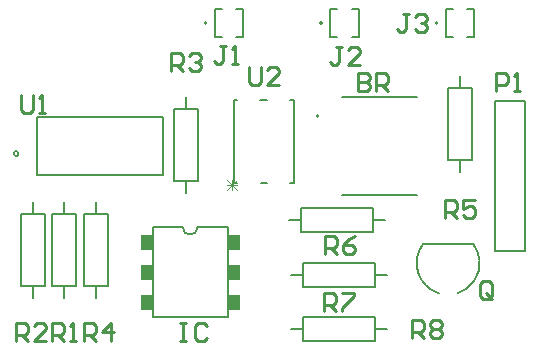
<source format=gto>
G04*
G04 #@! TF.GenerationSoftware,Altium Limited,Altium Designer,22.3.1 (43)*
G04*
G04 Layer_Color=65535*
%FSLAX25Y25*%
%MOIN*%
G70*
G04*
G04 #@! TF.SameCoordinates,E4ED8E47-D218-4FBD-A3A2-710C509649A8*
G04*
G04*
G04 #@! TF.FilePolarity,Positive*
G04*
G01*
G75*
%ADD10C,0.00500*%
%ADD11C,0.00600*%
%ADD12C,0.00787*%
%ADD13C,0.01000*%
%ADD14C,0.00300*%
G36*
X473996Y352500D02*
Y357498D01*
X478000D01*
Y352500D01*
X473996D01*
D02*
G37*
G36*
X473991Y362500D02*
Y367501D01*
X478000D01*
Y362500D01*
X473991D01*
D02*
G37*
G36*
X473986Y372500D02*
Y377511D01*
X478000D01*
Y372500D01*
X473986D01*
D02*
G37*
G36*
X503021Y352500D02*
Y357487D01*
X507000D01*
Y352500D01*
X503021D01*
D02*
G37*
G36*
X503010Y362500D02*
Y367502D01*
X507000D01*
Y362500D01*
X503010D01*
D02*
G37*
G36*
X503003Y372500D02*
Y377503D01*
X507000D01*
Y372500D01*
X503003D01*
D02*
G37*
D10*
X586960Y368915D02*
G03*
X584774Y374465I-10460J-915D01*
G01*
X579570Y357959D02*
G03*
X586960Y368915I-3070J10041D01*
G01*
X568226Y374464D02*
G03*
X573430Y357959I8274J-6464D01*
G01*
X568254Y374500D02*
X584746D01*
X541000Y390661D02*
X566000D01*
X541000Y423339D02*
X566000D01*
D11*
X433300Y404500D02*
G03*
X433300Y404500I-800J0D01*
G01*
X488000Y380000D02*
G03*
X493000Y380000I2500J0D01*
G01*
X488000D02*
G03*
X493000Y380000I2500J0D01*
G01*
X513856Y422400D02*
X516144D01*
X523856Y394600D02*
X525000D01*
X514010D02*
X516144D01*
X505000D02*
X505990D01*
X505000D02*
Y422400D01*
X523856D02*
X525000D01*
Y394600D02*
Y422400D01*
X505000D02*
X506144D01*
X439500Y397509D02*
X481500D01*
Y416609D01*
X439500D02*
X481500D01*
X439500Y397509D02*
Y416609D01*
X478000Y380000D02*
X488000D01*
X493000D02*
X503000D01*
X478000Y350000D02*
X503000D01*
X478000D02*
Y380000D01*
X503000Y350000D02*
Y380000D01*
X478000D02*
X488000D01*
X493000D02*
X503000D01*
X478000Y350000D02*
X503000D01*
X478000D02*
Y380000D01*
X503000Y350000D02*
Y380000D01*
D12*
X573020Y448000D02*
G03*
X573020Y448000I-394J0D01*
G01*
X534520D02*
G03*
X534520Y448000I-394J0D01*
G01*
X496020D02*
G03*
X496020Y448000I-394J0D01*
G01*
X533441Y417039D02*
G03*
X533441Y417039I-394J0D01*
G01*
X524000Y346000D02*
X528000D01*
X552000D02*
X556000D01*
X528000Y350000D02*
X552000D01*
X528000Y342000D02*
Y350000D01*
Y342000D02*
X552000D01*
Y350000D01*
Y364000D02*
X556000D01*
X524000D02*
X528000D01*
Y360000D02*
X552000D01*
Y368000D01*
X528000D02*
X552000D01*
X528000Y360000D02*
Y368000D01*
X551500Y382500D02*
X555500D01*
X523500D02*
X527500D01*
Y378500D02*
X551500D01*
Y386500D01*
X527500D02*
X551500D01*
X527500Y378500D02*
Y386500D01*
X580500Y398500D02*
Y402500D01*
Y426500D02*
Y430500D01*
X576500Y402500D02*
Y426500D01*
Y402500D02*
X584500D01*
Y426500D01*
X576500D02*
X584500D01*
X459000Y356500D02*
Y360500D01*
Y384500D02*
Y388500D01*
X455000Y360500D02*
Y384500D01*
Y360500D02*
X463000D01*
Y384500D01*
X455000D02*
X463000D01*
X489000Y419500D02*
Y423500D01*
Y391500D02*
Y395500D01*
X493000D02*
Y419500D01*
X485000D02*
X493000D01*
X485000Y395500D02*
Y419500D01*
Y395500D02*
X493000D01*
X438000Y356500D02*
Y360500D01*
Y384500D02*
Y388500D01*
X434000Y360500D02*
Y384500D01*
Y360500D02*
X442000D01*
Y384500D01*
X434000D02*
X442000D01*
X448500Y356500D02*
Y360500D01*
Y384500D02*
Y388500D01*
X444500Y360500D02*
Y384500D01*
Y360500D02*
X452500D01*
Y384500D01*
X444500D02*
X452500D01*
X592000Y422000D02*
X602000D01*
Y372000D02*
Y422000D01*
X592000Y372000D02*
Y422000D01*
Y372000D02*
X602000D01*
X585224Y443276D02*
Y452724D01*
X582882Y443276D02*
X585224D01*
X582882Y452724D02*
X585224D01*
X575776Y443276D02*
Y452724D01*
Y443276D02*
X578118D01*
X575776Y452724D02*
X578118D01*
X546724Y443276D02*
Y452724D01*
X544382Y443276D02*
X546724D01*
X544382Y452724D02*
X546724D01*
X537276Y443276D02*
Y452724D01*
Y443276D02*
X539618D01*
X537276Y452724D02*
X539618D01*
X508224Y443276D02*
Y452724D01*
X505882Y443276D02*
X508224D01*
X505882Y452724D02*
X508224D01*
X498776Y443276D02*
Y452724D01*
Y443276D02*
X501118D01*
X498776Y452724D02*
X501118D01*
D13*
X590999Y357001D02*
Y360999D01*
X590000Y361999D01*
X588000D01*
X587001Y360999D01*
Y357001D01*
X588000Y356001D01*
X590000D01*
X589000Y358000D02*
X590999Y356001D01*
X590000D02*
X590999Y357001D01*
X510002Y433499D02*
Y428501D01*
X511001Y427501D01*
X513001D01*
X514000Y428501D01*
Y433499D01*
X519998Y427501D02*
X516000D01*
X519998Y431500D01*
Y432499D01*
X518999Y433499D01*
X516999D01*
X516000Y432499D01*
X434001Y423999D02*
Y419001D01*
X435001Y418001D01*
X437000D01*
X438000Y419001D01*
Y423999D01*
X439999Y418001D02*
X441999D01*
X440999D01*
Y423999D01*
X439999Y422999D01*
X564502Y343001D02*
Y348999D01*
X567501D01*
X568500Y347999D01*
Y346000D01*
X567501Y345000D01*
X564502D01*
X566501D02*
X568500Y343001D01*
X570500Y347999D02*
X571499Y348999D01*
X573499D01*
X574498Y347999D01*
Y347000D01*
X573499Y346000D01*
X574498Y345000D01*
Y344001D01*
X573499Y343001D01*
X571499D01*
X570500Y344001D01*
Y345000D01*
X571499Y346000D01*
X570500Y347000D01*
Y347999D01*
X571499Y346000D02*
X573499D01*
X535002Y352001D02*
Y357999D01*
X538001D01*
X539000Y356999D01*
Y355000D01*
X538001Y354000D01*
X535002D01*
X537001D02*
X539000Y352001D01*
X541000Y357999D02*
X544998D01*
Y356999D01*
X541000Y353001D01*
Y352001D01*
X535502Y371001D02*
Y376999D01*
X538501D01*
X539500Y375999D01*
Y374000D01*
X538501Y373000D01*
X535502D01*
X537501D02*
X539500Y371001D01*
X545498Y376999D02*
X543499Y375999D01*
X541500Y374000D01*
Y372001D01*
X542499Y371001D01*
X544499D01*
X545498Y372001D01*
Y373000D01*
X544499Y374000D01*
X541500D01*
X575502Y383001D02*
Y388999D01*
X578501D01*
X579500Y387999D01*
Y386000D01*
X578501Y385000D01*
X575502D01*
X577501D02*
X579500Y383001D01*
X585498Y388999D02*
X581500D01*
Y386000D01*
X583499Y387000D01*
X584499D01*
X585498Y386000D01*
Y384001D01*
X584499Y383001D01*
X582499D01*
X581500Y384001D01*
X455002Y342001D02*
Y347999D01*
X458001D01*
X459000Y346999D01*
Y345000D01*
X458001Y344000D01*
X455002D01*
X457001D02*
X459000Y342001D01*
X463999D02*
Y347999D01*
X461000Y345000D01*
X464998D01*
X484002Y432001D02*
Y437999D01*
X487001D01*
X488000Y436999D01*
Y435000D01*
X487001Y434000D01*
X484002D01*
X486001D02*
X488000Y432001D01*
X490000Y436999D02*
X490999Y437999D01*
X492999D01*
X493998Y436999D01*
Y436000D01*
X492999Y435000D01*
X491999D01*
X492999D01*
X493998Y434000D01*
Y433001D01*
X492999Y432001D01*
X490999D01*
X490000Y433001D01*
X432502Y342001D02*
Y347999D01*
X435501D01*
X436500Y346999D01*
Y345000D01*
X435501Y344000D01*
X432502D01*
X434501D02*
X436500Y342001D01*
X442498D02*
X438500D01*
X442498Y346000D01*
Y346999D01*
X441499Y347999D01*
X439499D01*
X438500Y346999D01*
X444501Y342001D02*
Y347999D01*
X447500D01*
X448500Y346999D01*
Y345000D01*
X447500Y344000D01*
X444501D01*
X446501D02*
X448500Y342001D01*
X450499D02*
X452499D01*
X451499D01*
Y347999D01*
X450499Y346999D01*
X592600Y425400D02*
Y431398D01*
X595599D01*
X596599Y430398D01*
Y428399D01*
X595599Y427399D01*
X592600D01*
X598598Y425400D02*
X600597D01*
X599598D01*
Y431398D01*
X598598Y430398D01*
X563500Y450999D02*
X561501D01*
X562501D01*
Y446001D01*
X561501Y445001D01*
X560501D01*
X559502Y446001D01*
X565500Y449999D02*
X566499Y450999D01*
X568499D01*
X569498Y449999D01*
Y449000D01*
X568499Y448000D01*
X567499D01*
X568499D01*
X569498Y447000D01*
Y446001D01*
X568499Y445001D01*
X566499D01*
X565500Y446001D01*
X541000Y439999D02*
X539001D01*
X540001D01*
Y435001D01*
X539001Y434001D01*
X538001D01*
X537002Y435001D01*
X546998Y434001D02*
X543000D01*
X546998Y438000D01*
Y438999D01*
X545999Y439999D01*
X543999D01*
X543000Y438999D01*
X502500Y440499D02*
X500501D01*
X501500D01*
Y435501D01*
X500501Y434501D01*
X499501D01*
X498501Y435501D01*
X504499Y434501D02*
X506499D01*
X505499D01*
Y440499D01*
X504499Y439499D01*
X487002Y347999D02*
X489001D01*
X488001D01*
Y342001D01*
X487002D01*
X489001D01*
X495998Y346999D02*
X494999Y347999D01*
X493000D01*
X492000Y346999D01*
Y343001D01*
X493000Y342001D01*
X494999D01*
X495998Y343001D01*
X546502Y431499D02*
Y425501D01*
X549501D01*
X550500Y426501D01*
Y427500D01*
X549501Y428500D01*
X546502D01*
X549501D01*
X550500Y429500D01*
Y430499D01*
X549501Y431499D01*
X546502D01*
X552500Y425501D02*
Y431499D01*
X555499D01*
X556498Y430499D01*
Y428500D01*
X555499Y427500D01*
X552500D01*
X554499D02*
X556498Y425501D01*
D14*
X502635Y392250D02*
X505967Y395582D01*
Y392250D02*
X502635Y395582D01*
X504301Y392250D02*
Y395582D01*
X505967Y393916D02*
X502635D01*
M02*

</source>
